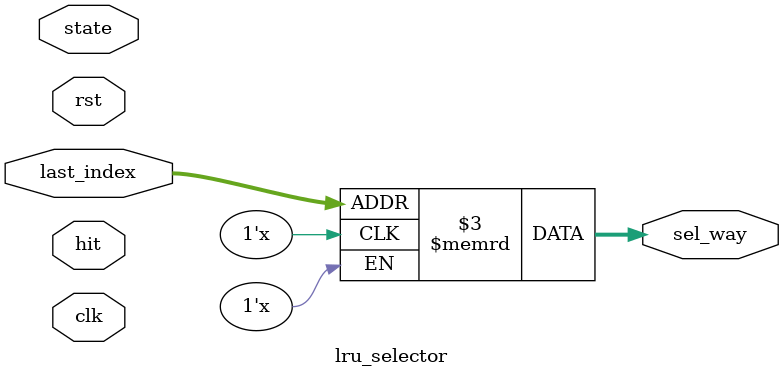
<source format=sv>
module lru_selector (
    input clk, // 时钟信号
    input rst,

    input [11: 5] last_index,
    input [3: 0] hit,
    input [2: 0] state,

    output [3: 0] sel_way

);

    reg [11: 5] reg_last_index;

    reg [3: 0] lru_sel_way [127:0];

    always @(posedge clk) begin
        if(!rst) begin
            reg_last_index <= 7'b000_0000;
        end
        else begin
            reg_last_index <= last_index;
        end
    end

    genvar i;
    generate
        for (i = 0 ; i < 128 ; i = i + 1) begin
            lru_matrix u_lru_matrix(
                .clk (clk),
                .rst (rst),
                .wen (last_index == i),
                .hit (hit),
                .state (state),

                .sel_way (lru_sel_way[i])
            );
        end
    endgenerate

    assign sel_way = lru_sel_way[last_index];

endmodule
</source>
